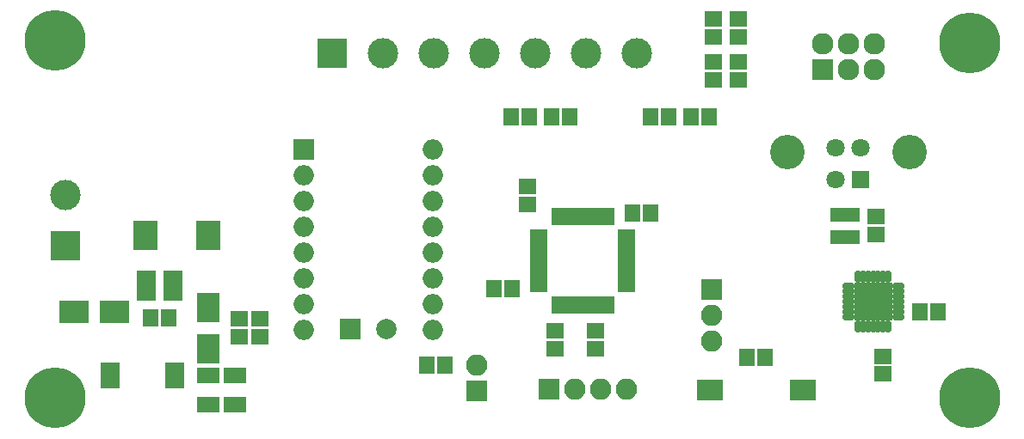
<source format=gbr>
G04 #@! TF.GenerationSoftware,KiCad,Pcbnew,(5.0.0-rc2-dev-647-g0f5eb421b)*
G04 #@! TF.CreationDate,2018-05-07T01:31:26+02:00*
G04 #@! TF.ProjectId,monochromator,6D6F6E6F6368726F6D61746F722E6B69,rev?*
G04 #@! TF.SameCoordinates,Original*
G04 #@! TF.FileFunction,Soldermask,Top*
G04 #@! TF.FilePolarity,Negative*
%FSLAX46Y46*%
G04 Gerber Fmt 4.6, Leading zero omitted, Abs format (unit mm)*
G04 Created by KiCad (PCBNEW (5.0.0-rc2-dev-647-g0f5eb421b)) date 05/07/18 01:31:26*
%MOMM*%
%LPD*%
G01*
G04 APERTURE LIST*
%ADD10R,2.100000X2.100000*%
%ADD11O,2.100000X2.100000*%
%ADD12R,1.050000X1.460000*%
%ADD13C,3.400000*%
%ADD14C,1.800000*%
%ADD15R,1.800000X1.800000*%
%ADD16R,1.800000X1.520000*%
%ADD17R,2.127200X2.127200*%
%ADD18O,2.127200X2.127200*%
%ADD19R,0.650000X1.700000*%
%ADD20R,1.700000X0.650000*%
%ADD21R,2.000000X2.000000*%
%ADD22O,2.000000X2.000000*%
%ADD23R,2.580000X2.000000*%
%ADD24R,1.520000X1.800000*%
%ADD25O,0.700000X1.250000*%
%ADD26O,1.250000X0.700000*%
%ADD27R,3.750000X3.750000*%
%ADD28C,2.000000*%
%ADD29R,3.000000X3.000000*%
%ADD30C,3.000000*%
%ADD31R,2.200000X1.620000*%
%ADD32R,2.460000X3.000000*%
%ADD33R,2.900000X2.200000*%
%ADD34R,2.200000X2.900000*%
%ADD35R,1.900000X2.600000*%
%ADD36C,6.000000*%
%ADD37R,1.960000X1.050000*%
G04 APERTURE END LIST*
D10*
X153600000Y-99100000D03*
D11*
X156140000Y-99100000D03*
X158680000Y-99100000D03*
X161220000Y-99100000D03*
D12*
X183700000Y-81900000D03*
X182750000Y-81900000D03*
X181800000Y-81900000D03*
X181800000Y-84100000D03*
X183700000Y-84100000D03*
X182750000Y-84100000D03*
D13*
X189070000Y-75790000D03*
D14*
X184300000Y-75300000D03*
X181800000Y-75300000D03*
D15*
X184300000Y-78500000D03*
D13*
X177030000Y-75790000D03*
D14*
X181800000Y-78500000D03*
D10*
X169600000Y-89300000D03*
D11*
X169600000Y-91840000D03*
X169600000Y-94380000D03*
D16*
X185750000Y-83880000D03*
X185750000Y-82120000D03*
D17*
X180500000Y-67600000D03*
D18*
X180500000Y-65060000D03*
X183040000Y-67600000D03*
X183040000Y-65060000D03*
X185580000Y-67600000D03*
X185580000Y-65060000D03*
D16*
X169750000Y-68630000D03*
X169750000Y-66870000D03*
X172250000Y-66870000D03*
X172250000Y-68630000D03*
X169750000Y-64380000D03*
X169750000Y-62620000D03*
X172250000Y-64380000D03*
X172250000Y-62620000D03*
D19*
X154178000Y-90810000D03*
X154678000Y-90810000D03*
X155178000Y-90810000D03*
X155678000Y-90810000D03*
X156178000Y-90810000D03*
X156678000Y-90810000D03*
X157178000Y-90810000D03*
X157678000Y-90810000D03*
X158178000Y-90810000D03*
X158678000Y-90810000D03*
X159178000Y-90810000D03*
X159678000Y-90810000D03*
D20*
X161278000Y-89210000D03*
X161278000Y-88710000D03*
X161278000Y-88210000D03*
X161278000Y-87710000D03*
X161278000Y-87210000D03*
X161278000Y-86710000D03*
X161278000Y-86210000D03*
X161278000Y-85710000D03*
X161278000Y-85210000D03*
X161278000Y-84710000D03*
X161278000Y-84210000D03*
X161278000Y-83710000D03*
D19*
X159678000Y-82110000D03*
X159178000Y-82110000D03*
X158678000Y-82110000D03*
X158178000Y-82110000D03*
X157678000Y-82110000D03*
X157178000Y-82110000D03*
X156678000Y-82110000D03*
X156178000Y-82110000D03*
X155678000Y-82110000D03*
X155178000Y-82110000D03*
X154678000Y-82110000D03*
X154178000Y-82110000D03*
D20*
X152578000Y-83710000D03*
X152578000Y-84210000D03*
X152578000Y-84710000D03*
X152578000Y-85210000D03*
X152578000Y-85710000D03*
X152578000Y-86210000D03*
X152578000Y-86710000D03*
X152578000Y-87210000D03*
X152578000Y-87710000D03*
X152578000Y-88210000D03*
X152578000Y-88710000D03*
X152578000Y-89210000D03*
D21*
X129500000Y-75500000D03*
D22*
X142200000Y-93280000D03*
X129500000Y-78040000D03*
X142200000Y-90740000D03*
X129500000Y-80580000D03*
X142200000Y-88200000D03*
X129500000Y-83120000D03*
X142200000Y-85660000D03*
X129500000Y-85660000D03*
X142200000Y-83120000D03*
X129500000Y-88200000D03*
X142200000Y-80580000D03*
X129500000Y-90740000D03*
X142200000Y-78040000D03*
X129500000Y-93280000D03*
X142200000Y-75500000D03*
D23*
X178590000Y-99200000D03*
X169410000Y-99200000D03*
D10*
X146500000Y-99250000D03*
D11*
X146500000Y-96710000D03*
D24*
X173120000Y-96000000D03*
X174880000Y-96000000D03*
D16*
X186500000Y-97630000D03*
X186500000Y-95870000D03*
D25*
X184000000Y-92950000D03*
X184500000Y-92950000D03*
X185000000Y-92950000D03*
X185500000Y-92950000D03*
X186000000Y-92950000D03*
X186500000Y-92950000D03*
X187000000Y-92950000D03*
D26*
X187950000Y-92000000D03*
X187950000Y-91500000D03*
X187950000Y-91000000D03*
X187950000Y-90500000D03*
X187950000Y-90000000D03*
X187950000Y-89500000D03*
X187950000Y-89000000D03*
D25*
X187000000Y-88050000D03*
X186500000Y-88050000D03*
X186000000Y-88050000D03*
X185500000Y-88050000D03*
X185000000Y-88050000D03*
X184500000Y-88050000D03*
X184000000Y-88050000D03*
D26*
X183050000Y-89000000D03*
X183050000Y-89500000D03*
X183050000Y-90000000D03*
X183050000Y-90500000D03*
X183050000Y-91000000D03*
X183050000Y-91500000D03*
X183050000Y-92000000D03*
D27*
X185500000Y-90500000D03*
D24*
X191880000Y-91500000D03*
X190120000Y-91500000D03*
X141620000Y-96750000D03*
X143380000Y-96750000D03*
D21*
X134100000Y-93200000D03*
D28*
X137600000Y-93200000D03*
D29*
X106000000Y-85000000D03*
D30*
X106000000Y-80000000D03*
D29*
X132250000Y-66000000D03*
D30*
X137250000Y-66000000D03*
X142250000Y-66000000D03*
X147250000Y-66000000D03*
X152250000Y-66000000D03*
X157250000Y-66000000D03*
X162250000Y-66000000D03*
D24*
X148174000Y-89254000D03*
X149934000Y-89254000D03*
X116180000Y-92100000D03*
X114420000Y-92100000D03*
D16*
X151500000Y-79120000D03*
X151500000Y-80880000D03*
D24*
X161870000Y-81750000D03*
X163630000Y-81750000D03*
D16*
X154200000Y-95130000D03*
X154200000Y-93370000D03*
D24*
X167620000Y-72250000D03*
X169380000Y-72250000D03*
D16*
X158200000Y-95130000D03*
X158200000Y-93370000D03*
D24*
X151630000Y-72250000D03*
X149870000Y-72250000D03*
D31*
X120100000Y-100630000D03*
X120100000Y-97770000D03*
X122700000Y-97770000D03*
X122700000Y-100630000D03*
D32*
X113870000Y-84000000D03*
X120130000Y-84000000D03*
D33*
X106900000Y-91500000D03*
X110900000Y-91500000D03*
D34*
X120100000Y-91100000D03*
X120100000Y-95100000D03*
D35*
X110400000Y-97800000D03*
X116800000Y-97800000D03*
D36*
X105000000Y-100000000D03*
X105000000Y-64770000D03*
X195000000Y-100000000D03*
X195000000Y-65000000D03*
D37*
X116659164Y-89856584D03*
X116659164Y-88906584D03*
X116659164Y-87956584D03*
X113959164Y-87956584D03*
X113959164Y-89856584D03*
X113959164Y-88906584D03*
D16*
X123100000Y-93980000D03*
X123100000Y-92220000D03*
X125200000Y-93980000D03*
X125200000Y-92220000D03*
D24*
X155630000Y-72250000D03*
X153870000Y-72250000D03*
X165380000Y-72250000D03*
X163620000Y-72250000D03*
M02*

</source>
